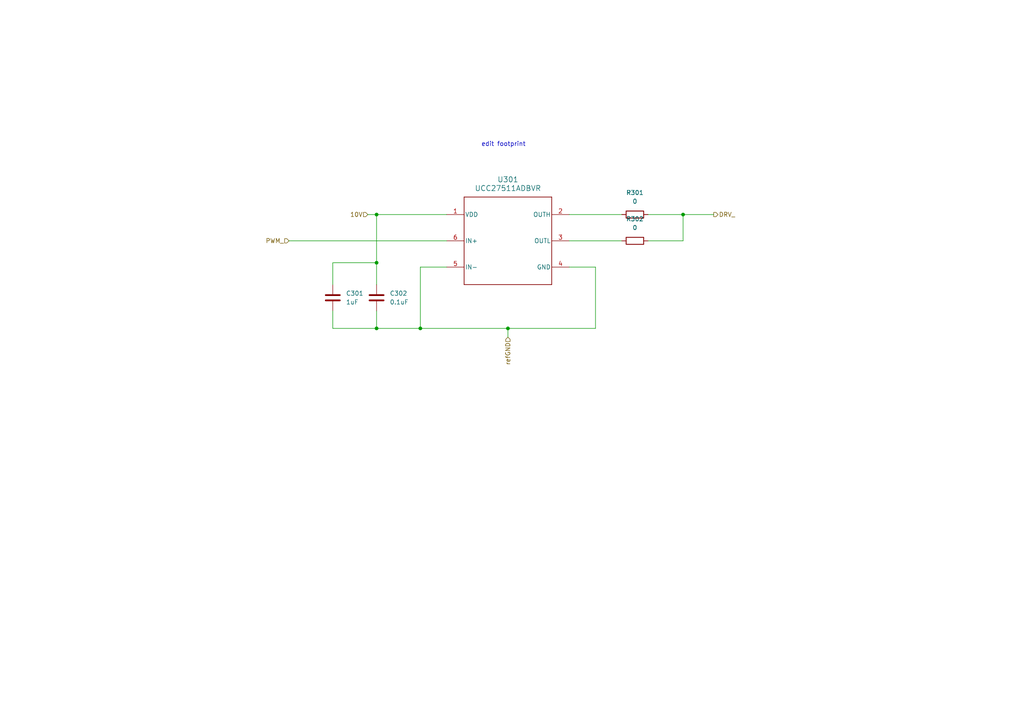
<source format=kicad_sch>
(kicad_sch (version 20231120) (generator "eeschema") (generator_version "8.0")
  (paper "A4")
  (lib_symbols
    (symbol "Device:C" (pin_numbers hide) (pin_names (offset 0.254))
      (property "Reference" "C" (at 0.635 2.54 0))
      (property "Value" "C" (at 0.635 -2.54 0))
      (symbol "C_0_1"
        (polyline (pts (xy -2.032 -0.762) (xy 2.032 -0.762)) (stroke (width 0.508)))
        (polyline (pts (xy -2.032 0.762) (xy 2.032 0.762)) (stroke (width 0.508)))
      )
      (symbol "C_1_1"
        (pin passive line (at 0 3.81 270) (length 2.794) (name "~") (number "1"))
        (pin passive line (at 0 -3.81 90) (length 2.794) (name "~") (number "2"))
      )
    )
    (symbol "Device:R" (pin_numbers hide) (pin_names (offset 0))
      (property "Reference" "R" (at 2.032 0 90))
      (property "Value" "R" (at 0 0 90))
      (symbol "R_0_1"
        (rectangle (start -1.016 -2.54) (end 1.016 2.54) (stroke (width 0.254)))
      )
      (symbol "R_1_1"
        (pin passive line (at 0 3.81 270) (length 1.27) (name "~") (number "1"))
        (pin passive line (at 0 -3.81 90) (length 1.27) (name "~") (number "2"))
      )
    )
    (symbol "UCC27511ADBVR:UCC27511ADBVR" (pin_names (offset 0.254))
      (property "Reference" "U" (at 0 2.54 0))
      (property "Value" "UCC27511ADBVR" (at 0 0 0))
      (symbol "UCC27511ADBVR_0_1"
        (polyline (pts (xy -12.7 -12.7) (xy 12.7 -12.7)) (stroke (width 0.2032)))
        (polyline (pts (xy -12.7 12.7) (xy -12.7 -12.7)) (stroke (width 0.2032)))
        (polyline (pts (xy 12.7 -12.7) (xy 12.7 12.7)) (stroke (width 0.2032)))
        (polyline (pts (xy 12.7 12.7) (xy -12.7 12.7)) (stroke (width 0.2032)))
        (pin power_in line (at -17.78 7.62 0) (length 5.08) (name "VDD") (number "1"))
        (pin power_in line (at 17.78 7.62 180) (length 5.08) (name "OUTH") (number "2"))
        (pin power_in line (at 17.78 0 180) (length 5.08) (name "OUTL") (number "3"))
        (pin power_in line (at 17.78 -7.62 180) (length 5.08) (name "GND") (number "4"))
        (pin input line (at -17.78 -7.62 0) (length 5.08) (name "IN-") (number "5"))
        (pin input line (at -17.78 0 0) (length 5.08) (name "IN+") (number "6"))
      )
    )
  )
  (junction (at 109.22 62.23))
  (junction (at 147.32 95.25))
  (junction (at 109.22 95.25))
  (junction (at 109.22 76.2))
  (junction (at 198.12 62.23))
  (junction (at 121.92 95.25))
  (wire (pts (xy 165.1 77.47) (xy 172.72 77.47)))
  (wire (pts (xy 106.68 62.23) (xy 109.22 62.23)))
  (wire (pts (xy 96.52 82.55) (xy 96.52 76.2)))
  (wire (pts (xy 165.1 62.23) (xy 180.34 62.23)))
  (wire (pts (xy 121.92 95.25) (xy 121.92 77.47)))
  (wire (pts (xy 198.12 69.85) (xy 187.96 69.85)))
  (wire (pts (xy 147.32 97.79) (xy 147.32 95.25)))
  (wire (pts (xy 96.52 90.17) (xy 96.52 95.25)))
  (wire (pts (xy 109.22 76.2) (xy 109.22 82.55)))
  (wire (pts (xy 109.22 95.25) (xy 121.92 95.25)))
  (wire (pts (xy 121.92 77.47) (xy 129.54 77.47)))
  (wire (pts (xy 96.52 76.2) (xy 109.22 76.2)))
  (wire (pts (xy 109.22 90.17) (xy 109.22 95.25)))
  (wire (pts (xy 109.22 62.23) (xy 129.54 62.23)))
  (wire (pts (xy 198.12 62.23) (xy 198.12 69.85)))
  (wire (pts (xy 172.72 77.47) (xy 172.72 95.25)))
  (wire (pts (xy 96.52 95.25) (xy 109.22 95.25)))
  (wire (pts (xy 121.92 95.25) (xy 147.32 95.25)))
  (wire (pts (xy 165.1 69.85) (xy 180.34 69.85)))
  (wire (pts (xy 83.82 69.85) (xy 129.54 69.85)))
  (wire (pts (xy 109.22 62.23) (xy 109.22 76.2)))
  (wire (pts (xy 198.12 62.23) (xy 207.01 62.23)))
  (wire (pts (xy 187.96 62.23) (xy 198.12 62.23)))
  (wire (pts (xy 147.32 95.25) (xy 172.72 95.25)))
  (text "edit footprint" (at 146.05 41.91 0) (effects (font (size 1.27 1.27))))
  (hierarchical_label "PWM_" (shape input) (at 83.82 69.85 180))
  (hierarchical_label "refGND" (shape input) (at 147.32 97.79 270))
  (hierarchical_label "DRV_" (shape output) (at 207.01 62.23 0))
  (hierarchical_label "10V" (shape input) (at 106.68 62.23 180))
  (symbol (lib_id "UCC27511ADBVR:UCC27511ADBVR") (at 147.32 69.85 0) (unit 1)
    (property "Reference" "U301" (at 147.32 52.07 0) (effects (font (size 1.524 1.524))))
    (property "Value" "UCC27511ADBVR" (at 147.32 54.61 0) (effects (font (size 1.524 1.524))))
    (property "Footprint" "DBV0006A_N" (effects (hide yes)))
    (property "Datasheet" "UCC27511ADBVR" (effects (hide yes)))
    (instances (project "12VfullBridgePS" (path "" (reference "U301") (unit 1)) (path "" (reference "U501") (unit 1))))
  )
  (symbol (lib_id "Device:C") (at 96.52 86.36 0) (unit 1)
    (property "Reference" "C301" (at 100.33 85.0899 0) (effects (justify left)))
    (property "Value" "1uF" (at 100.33 87.6299 0) (effects (justify left)))
    (property "Footprint" "Capacitor_SMD:C_0603_1608Metric" (effects (hide yes)))
    (property "Description" "Unpolarized capacitor" (effects (hide yes)))
    (instances (project "12VfullBridgePS" (path "" (reference "C301") (unit 1)) (path "" (reference "C501") (unit 1))))
  )
  (symbol (lib_id "Device:R") (at 184.15 62.23 90) (unit 1)
    (property "Reference" "R301" (at 184.15 55.88 90))
    (property "Value" "0" (at 184.15 58.42 90))
    (property "Footprint" "Resistor_SMD:R_0603_1608Metric" (effects (hide yes)))
    (property "Description" "Resistor" (effects (hide yes)))
    (instances (project "12VfullBridgePS" (path "" (reference "R301") (unit 1)) (path "" (reference "R501") (unit 1))))
  )
  (symbol (lib_id "Device:R") (at 184.15 69.85 90) (unit 1)
    (property "Reference" "R302" (at 184.15 63.5 90))
    (property "Value" "0" (at 184.15 66.04 90))
    (property "Footprint" "Resistor_SMD:R_0603_1608Metric" (effects (hide yes)))
    (property "Description" "Resistor" (effects (hide yes)))
    (instances (project "12VfullBridgePS" (path "" (reference "R302") (unit 1)) (path "" (reference "R502") (unit 1))))
  )
  (symbol (lib_id "Device:C") (at 109.22 86.36 0) (unit 1)
    (property "Reference" "C302" (at 113.03 85.0899 0) (effects (justify left)))
    (property "Value" "0.1uF" (at 113.03 87.6299 0) (effects (justify left)))
    (property "Footprint" "Capacitor_SMD:C_0603_1608Metric" (effects (hide yes)))
    (property "Description" "Unpolarized capacitor" (effects (hide yes)))
    (instances (project "12VfullBridgePS" (path "" (reference "C302") (unit 1)) (path "" (reference "C502") (unit 1))))
  )
)
</source>
